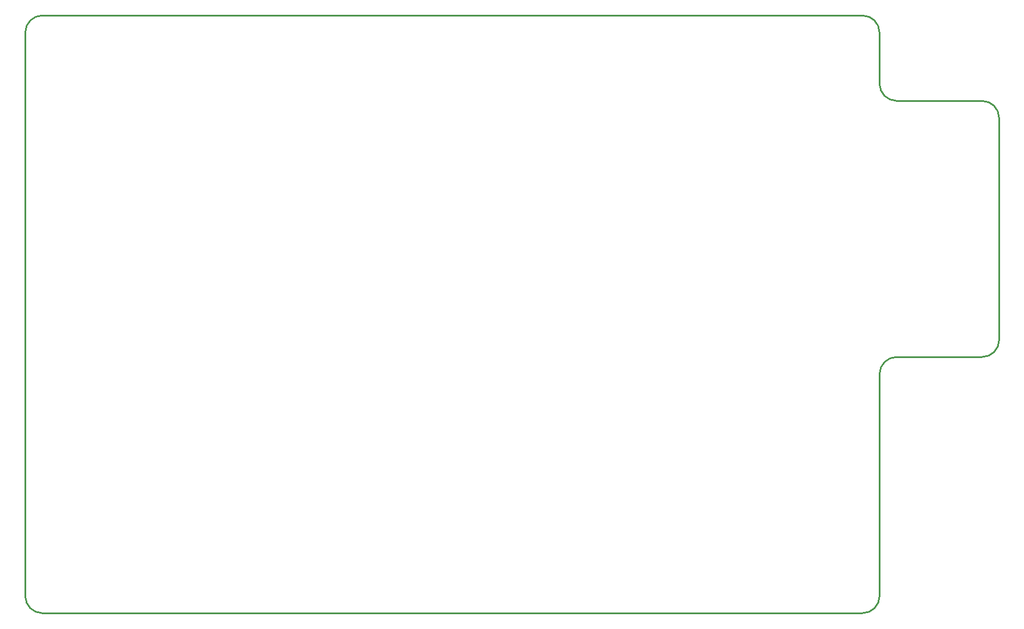
<source format=gm1>
%TF.GenerationSoftware,KiCad,Pcbnew,5.1.7-a382d34a8~87~ubuntu18.04.1*%
%TF.CreationDate,2021-02-16T09:57:15-08:00*%
%TF.ProjectId,potentiostat,706f7465-6e74-4696-9f73-7461742e6b69,rev?*%
%TF.SameCoordinates,Original*%
%TF.FileFunction,Profile,NP*%
%FSLAX46Y46*%
G04 Gerber Fmt 4.6, Leading zero omitted, Abs format (unit mm)*
G04 Created by KiCad (PCBNEW 5.1.7-a382d34a8~87~ubuntu18.04.1) date 2021-02-16 09:57:15*
%MOMM*%
%LPD*%
G01*
G04 APERTURE LIST*
%TA.AperFunction,Profile*%
%ADD10C,0.254000*%
%TD*%
G04 APERTURE END LIST*
D10*
X177800000Y-53340000D02*
X177800000Y-60960000D01*
X193040000Y-63500000D02*
X180340000Y-63500000D01*
X195580000Y-99060000D02*
X195580000Y-66040000D01*
X180340000Y-101600000D02*
X193040000Y-101600000D01*
X177800000Y-137160000D02*
X177800000Y-104140000D01*
X53340000Y-139700000D02*
X175260000Y-139700000D01*
X53340000Y-50800000D02*
X175260000Y-50800000D01*
X50800000Y-53340000D02*
X50800000Y-137160000D01*
X53340000Y-50800000D02*
G75*
G03*
X50800000Y-53340000I0J-2540000D01*
G01*
X50800000Y-137160000D02*
G75*
G03*
X53340000Y-139700000I2540000J0D01*
G01*
X175260000Y-139700000D02*
G75*
G03*
X177800000Y-137160000I0J2540000D01*
G01*
X180340000Y-101600000D02*
G75*
G03*
X177800000Y-104140000I0J-2540000D01*
G01*
X193040000Y-101600000D02*
G75*
G03*
X195580000Y-99060000I0J2540000D01*
G01*
X195580000Y-66040000D02*
G75*
G03*
X193040000Y-63500000I-2540000J0D01*
G01*
X177800000Y-60960000D02*
G75*
G03*
X180340000Y-63500000I2540000J0D01*
G01*
X177800000Y-53340000D02*
G75*
G03*
X175260000Y-50800000I-2540000J0D01*
G01*
M02*

</source>
